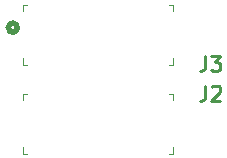
<source format=gbr>
%TF.GenerationSoftware,KiCad,Pcbnew,9.0.2*%
%TF.CreationDate,2025-07-31T21:38:40-05:00*%
%TF.ProjectId,QuiverAttachPCB,51756976-6572-4417-9474-616368504342,rev?*%
%TF.SameCoordinates,Original*%
%TF.FileFunction,Legend,Top*%
%TF.FilePolarity,Positive*%
%FSLAX46Y46*%
G04 Gerber Fmt 4.6, Leading zero omitted, Abs format (unit mm)*
G04 Created by KiCad (PCBNEW 9.0.2) date 2025-07-31 21:38:40*
%MOMM*%
%LPD*%
G01*
G04 APERTURE LIST*
%ADD10C,0.254000*%
%ADD11C,0.100000*%
%ADD12C,0.508000*%
G04 APERTURE END LIST*
D10*
X119326667Y-133554318D02*
X119326667Y-134461461D01*
X119326667Y-134461461D02*
X119266190Y-134642889D01*
X119266190Y-134642889D02*
X119145238Y-134763842D01*
X119145238Y-134763842D02*
X118963809Y-134824318D01*
X118963809Y-134824318D02*
X118842857Y-134824318D01*
X119870952Y-133675270D02*
X119931428Y-133614794D01*
X119931428Y-133614794D02*
X120052381Y-133554318D01*
X120052381Y-133554318D02*
X120354762Y-133554318D01*
X120354762Y-133554318D02*
X120475714Y-133614794D01*
X120475714Y-133614794D02*
X120536190Y-133675270D01*
X120536190Y-133675270D02*
X120596667Y-133796222D01*
X120596667Y-133796222D02*
X120596667Y-133917175D01*
X120596667Y-133917175D02*
X120536190Y-134098603D01*
X120536190Y-134098603D02*
X119810476Y-134824318D01*
X119810476Y-134824318D02*
X120596667Y-134824318D01*
X119326667Y-131054318D02*
X119326667Y-131961461D01*
X119326667Y-131961461D02*
X119266190Y-132142889D01*
X119266190Y-132142889D02*
X119145238Y-132263842D01*
X119145238Y-132263842D02*
X118963809Y-132324318D01*
X118963809Y-132324318D02*
X118842857Y-132324318D01*
X119810476Y-131054318D02*
X120596667Y-131054318D01*
X120596667Y-131054318D02*
X120173333Y-131538127D01*
X120173333Y-131538127D02*
X120354762Y-131538127D01*
X120354762Y-131538127D02*
X120475714Y-131598603D01*
X120475714Y-131598603D02*
X120536190Y-131659080D01*
X120536190Y-131659080D02*
X120596667Y-131780032D01*
X120596667Y-131780032D02*
X120596667Y-132082413D01*
X120596667Y-132082413D02*
X120536190Y-132203365D01*
X120536190Y-132203365D02*
X120475714Y-132263842D01*
X120475714Y-132263842D02*
X120354762Y-132324318D01*
X120354762Y-132324318D02*
X119991905Y-132324318D01*
X119991905Y-132324318D02*
X119870952Y-132263842D01*
X119870952Y-132263842D02*
X119810476Y-132203365D01*
D11*
%TO.C,J2*%
X116600000Y-139310000D02*
X116250000Y-139310000D01*
X116600000Y-138770000D02*
X116600000Y-139310000D01*
X116600000Y-134230000D02*
X116600000Y-134770000D01*
X116250000Y-134230000D02*
X116600000Y-134230000D01*
X103900000Y-139310000D02*
X104250000Y-139310000D01*
X103900000Y-138770000D02*
X103900000Y-139310000D01*
X103900000Y-134770000D02*
X103900000Y-134230000D01*
X103900000Y-134230000D02*
X104250000Y-134230000D01*
D12*
%TO.C,J1*%
X103421400Y-128646298D02*
G75*
G02*
X102659400Y-128646298I-381000J0D01*
G01*
X102659400Y-128646298D02*
G75*
G02*
X103421400Y-128646298I381000J0D01*
G01*
D11*
%TO.C,J3*%
X103900000Y-126690000D02*
X104250000Y-126690000D01*
X103900000Y-127230000D02*
X103900000Y-126690000D01*
X103900000Y-131230000D02*
X103900000Y-131770000D01*
X103900000Y-131770000D02*
X104250000Y-131770000D01*
X116250000Y-131770000D02*
X116600000Y-131770000D01*
X116600000Y-126690000D02*
X116250000Y-126690000D01*
X116600000Y-127230000D02*
X116600000Y-126690000D01*
X116600000Y-131770000D02*
X116600000Y-131230000D01*
%TD*%
M02*

</source>
